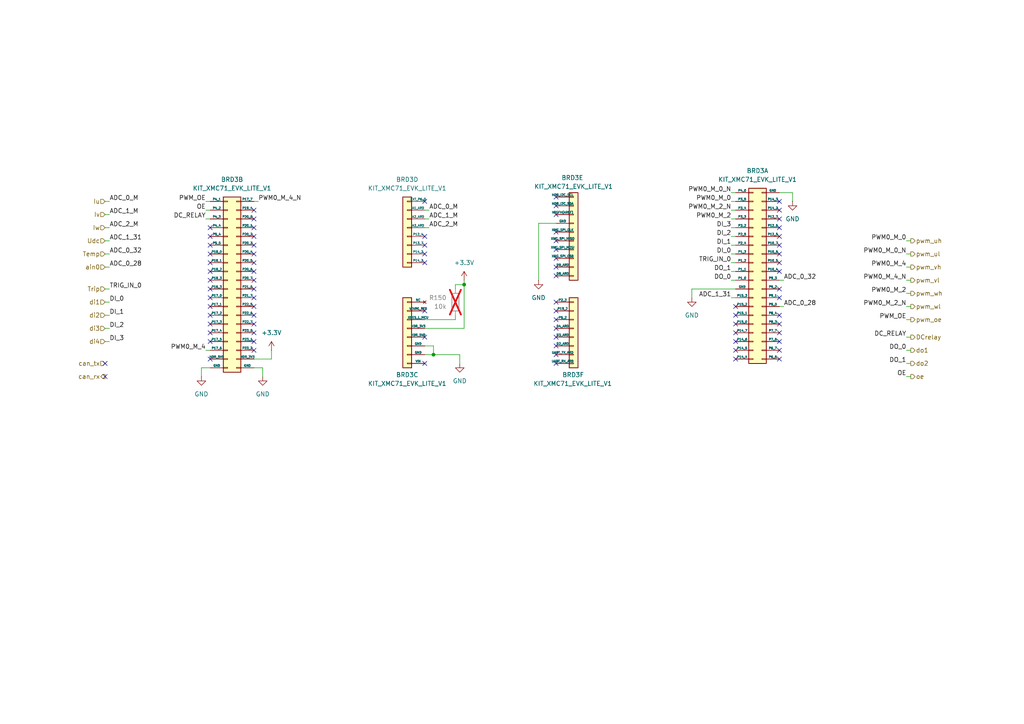
<source format=kicad_sch>
(kicad_sch (version 20231120) (generator "eeschema") (generator_version "8.0")
  (paper "A4")
  (title_block (title "Плата KIT_XMC71_EVK_LITE_V1"))
  (lib_symbols
    (symbol "Device:R" (pin_numbers hide) (pin_names (offset 0))
      (property "Reference" "R" (at 2.032 0 90))
      (property "Value" "R" (at 0 0 90))
      (symbol "R_0_1"
        (rectangle (start -1.016 -2.54) (end 1.016 2.54) (stroke (width 0.254)))
      )
      (symbol "R_1_1"
        (pin passive line (at 0 3.81 270) (length 1.27) (name "~") (number "1"))
        (pin passive line (at 0 -3.81 90) (length 1.27) (name "~") (number "2"))
      )
    )
    (symbol "KIT_XMC71_EVK_LITE_V1_1" (pin_numbers hide) (pin_names (offset 0))
      (property "Reference" "BRD" (at 0.254 25.4 0))
      (property "Value" "KIT_XMC71_EVK_LITE_V1" (at 0.762 -28.702 0))
      (symbol "KIT_XMC71_EVK_LITE_V1_1_1_1"
        (unit_name "J21")
        (rectangle (start -2.54 -25.527) (end -1.27 -25.273) (stroke (width 0.1524)))
        (rectangle (start -2.54 -22.987) (end -1.27 -22.733) (stroke (width 0.1524)))
        (rectangle (start -2.54 -20.447) (end -1.27 -20.193) (stroke (width 0.1524)))
        (rectangle (start -2.54 -17.907) (end -1.27 -17.653) (stroke (width 0.1524)))
        (rectangle (start -2.54 -15.367) (end -1.27 -15.113) (stroke (width 0.1524)))
        (rectangle (start -2.54 -12.827) (end -1.27 -12.573) (stroke (width 0.1524)))
        (rectangle (start -2.54 -10.287) (end -1.27 -10.033) (stroke (width 0.1524)))
        (rectangle (start -2.54 -7.747) (end -1.27 -7.493) (stroke (width 0.1524)))
        (rectangle (start -2.54 -5.207) (end -1.27 -4.953) (stroke (width 0.1524)))
        (rectangle (start -2.54 -2.667) (end -1.27 -2.413) (stroke (width 0.1524)))
        (rectangle (start -2.54 -0.127) (end -1.27 0.127) (stroke (width 0.1524)))
        (rectangle (start -2.54 2.413) (end -1.27 2.667) (stroke (width 0.1524)))
        (rectangle (start -2.54 4.953) (end -1.27 5.207) (stroke (width 0.1524)))
        (rectangle (start -2.54 7.493) (end -1.27 7.747) (stroke (width 0.1524)))
        (rectangle (start -2.54 10.033) (end -1.27 10.287) (stroke (width 0.1524)))
        (rectangle (start -2.54 12.573) (end -1.27 12.827) (stroke (width 0.1524)))
        (rectangle (start -2.54 15.113) (end -1.27 15.367) (stroke (width 0.1524)))
        (rectangle (start -2.54 17.653) (end -1.27 17.907) (stroke (width 0.1524)))
        (rectangle (start -2.54 20.193) (end -1.27 20.447) (stroke (width 0.1524)))
        (rectangle (start -2.54 22.733) (end -1.27 22.987) (stroke (width 0.1524)))
        (rectangle (start -2.54 24.13) (end 2.54 -26.67) (stroke (width 0.254)) (fill (type background)))
        (rectangle (start 2.54 -25.527) (end 1.27 -25.273) (stroke (width 0.1524)))
        (rectangle (start 2.54 -22.987) (end 1.27 -22.733) (stroke (width 0.1524)))
        (rectangle (start 2.54 -20.447) (end 1.27 -20.193) (stroke (width 0.1524)))
        (rectangle (start 2.54 -17.907) (end 1.27 -17.653) (stroke (width 0.1524)))
        (rectangle (start 2.54 -15.367) (end 1.27 -15.113) (stroke (width 0.1524)))
        (rectangle (start 2.54 -12.827) (end 1.27 -12.573) (stroke (width 0.1524)))
        (rectangle (start 2.54 -10.287) (end 1.27 -10.033) (stroke (width 0.1524)))
        (rectangle (start 2.54 -7.747) (end 1.27 -7.493) (stroke (width 0.1524)))
        (rectangle (start 2.54 -5.207) (end 1.27 -4.953) (stroke (width 0.1524)))
        (rectangle (start 2.54 -2.667) (end 1.27 -2.413) (stroke (width 0.1524)))
        (rectangle (start 2.54 -0.127) (end 1.27 0.127) (stroke (width 0.1524)))
        (rectangle (start 2.54 2.413) (end 1.27 2.667) (stroke (width 0.1524)))
        (rectangle (start 2.54 4.953) (end 1.27 5.207) (stroke (width 0.1524)))
        (rectangle (start 2.54 7.493) (end 1.27 7.747) (stroke (width 0.1524)))
        (rectangle (start 2.54 10.033) (end 1.27 10.287) (stroke (width 0.1524)))
        (rectangle (start 2.54 12.573) (end 1.27 12.827) (stroke (width 0.1524)))
        (rectangle (start 2.54 15.113) (end 1.27 15.367) (stroke (width 0.1524)))
        (rectangle (start 2.54 17.653) (end 1.27 17.907) (stroke (width 0.1524)))
        (rectangle (start 2.54 20.193) (end 1.27 20.447) (stroke (width 0.1524)))
        (rectangle (start 2.54 22.733) (end 1.27 22.987) (stroke (width 0.1524)))
        (pin passive line (at 6.35 -25.4 180) (length 3.81) (name "P6_6") (number "J21_1"))
        (pin passive line (at -6.35 -15.24 0) (length 3.81) (name "P15_0") (number "J21_10"))
        (pin passive line (at 6.35 -12.7 180) (length 3.81) (name "P8_4") (number "J21_11"))
        (pin passive line (at -6.35 -12.7 0) (length 3.81) (name "P15_1") (number "J21_12"))
        (pin passive line (at 6.35 -10.16 180) (length 3.81) (name "P9_0") (number "J21_13"))
        (pin passive line (at -6.35 -10.16 0) (length 3.81) (name "P15_2") (number "J21_14"))
        (pin passive line (at 6.35 -7.62 180) (length 3.81) (name "P9_1") (number "J21_15"))
        (pin passive line (at -6.35 -7.62 0) (length 3.81) (name "P15_3") (number "J21_16"))
        (pin passive line (at 6.35 -5.08 180) (length 3.81) (name "P9_2") (number "J21_17"))
        (pin passive line (at -6.35 -5.08 0) (length 3.81) (name "GND") (number "J21_18"))
        (pin passive line (at 6.35 -2.54 180) (length 3.81) (name "P9_3") (number "J21_19"))
        (pin passive line (at -6.35 -25.4 0) (length 3.81) (name "P14_4") (number "J21_2"))
        (pin passive line (at -6.35 -2.54 0) (length 3.81) (name "P1_0") (number "J21_20"))
        (pin passive line (at 6.35 0 180) (length 3.81) (name "P10_4") (number "J21_21"))
        (pin passive line (at -6.35 0 0) (length 3.81) (name "P1_1") (number "J21_22"))
        (pin passive line (at 6.35 2.54 180) (length 3.81) (name "P10_5") (number "J21_23"))
        (pin passive line (at -6.35 2.54 0) (length 3.81) (name "P1_2") (number "J21_24"))
        (pin passive line (at 6.35 5.08 180) (length 3.81) (name "P10_6") (number "J21_25"))
        (pin passive line (at -6.35 5.08 0) (length 3.81) (name "P1_3") (number "J21_26"))
        (pin passive line (at 6.35 7.62 180) (length 3.81) (name "P10_7") (number "J21_27"))
        (pin passive line (at -6.35 7.62 0) (length 3.81) (name "P2_4") (number "J21_28"))
        (pin passive line (at 6.35 10.16 180) (length 3.81) (name "P12_5") (number "J21_29"))
        (pin passive line (at 6.35 -22.86 180) (length 3.81) (name "P6_7") (number "J21_3"))
        (pin passive line (at -6.35 10.16 0) (length 3.81) (name "P2_5") (number "J21_30"))
        (pin passive line (at 6.35 12.7 180) (length 3.81) (name "P12_6") (number "J21_31"))
        (pin passive line (at -6.35 12.7 0) (length 3.81) (name "P3_2") (number "J21_32"))
        (pin passive line (at 6.35 15.24 180) (length 3.81) (name "P12_7") (number "J21_33"))
        (pin passive line (at -6.35 15.24 0) (length 3.81) (name "P3_3") (number "J21_34"))
        (pin passive line (at 6.35 17.78 180) (length 3.81) (name "P14_2") (number "J21_35"))
        (pin passive line (at -6.35 17.78 0) (length 3.81) (name "P3_4") (number "J21_36"))
        (pin passive line (at 6.35 20.32 180) (length 3.81) (name "P14_3") (number "J21_37"))
        (pin passive line (at -6.35 20.32 0) (length 3.81) (name "P3_5") (number "J21_38"))
        (pin passive line (at 6.35 22.86 180) (length 3.81) (name "GND") (number "J21_39"))
        (pin passive line (at -6.35 -22.86 0) (length 3.81) (name "P14_5") (number "J21_4"))
        (pin passive line (at -6.35 22.86 0) (length 3.81) (name "P4_0") (number "J21_40"))
        (pin passive line (at 6.35 -20.32 180) (length 3.81) (name "P7_6") (number "J21_5"))
        (pin passive line (at -6.35 -20.32 0) (length 3.81) (name "P14_6") (number "J21_6"))
        (pin passive line (at 6.35 -17.78 180) (length 3.81) (name "P7_7") (number "J21_7"))
        (pin passive line (at -6.35 -17.78 0) (length 3.81) (name "P14_7") (number "J21_8"))
        (pin passive line (at 6.35 -15.24 180) (length 3.81) (name "P8_3") (number "J21_9"))
      )
      (symbol "KIT_XMC71_EVK_LITE_V1_1_2_1"
        (unit_name "J23")
        (rectangle (start -2.54 -25.273) (end -1.27 -25.527) (stroke (width 0.1524)))
        (rectangle (start -2.54 -22.733) (end -1.27 -22.987) (stroke (width 0.1524)))
        (rectangle (start -2.54 -20.193) (end -1.27 -20.447) (stroke (width 0.1524)))
        (rectangle (start -2.54 -17.653) (end -1.27 -17.907) (stroke (width 0.1524)))
        (rectangle (start -2.54 -15.113) (end -1.27 -15.367) (stroke (width 0.1524)))
        (rectangle (start -2.54 -12.573) (end -1.27 -12.827) (stroke (width 0.1524)))
        (rectangle (start -2.54 -10.033) (end -1.27 -10.287) (stroke (width 0.1524)))
        (rectangle (start -2.54 -7.493) (end -1.27 -7.747) (stroke (width 0.1524)))
        (rectangle (start -2.54 -4.953) (end -1.27 -5.207) (stroke (width 0.1524)))
        (rectangle (start -2.54 -2.413) (end -1.27 -2.667) (stroke (width 0.1524)))
        (rectangle (start -2.54 0.127) (end -1.27 -0.127) (stroke (width 0.1524)))
        (rectangle (start -2.54 2.667) (end -1.27 2.413) (stroke (width 0.1524)))
        (rectangle (start -2.54 5.207) (end -1.27 4.953) (stroke (width 0.1524)))
        (rectangle (start -2.54 7.747) (end -1.27 7.493) (stroke (width 0.1524)))
        (rectangle (start -2.54 10.287) (end -1.27 10.033) (stroke (width 0.1524)))
        (rectangle (start -2.54 12.827) (end -1.27 12.573) (stroke (width 0.1524)))
        (rectangle (start -2.54 15.367) (end -1.27 15.113) (stroke (width 0.1524)))
        (rectangle (start -2.54 17.907) (end -1.27 17.653) (stroke (width 0.1524)))
        (rectangle (start -2.54 20.447) (end -1.27 20.193) (stroke (width 0.1524)))
        (rectangle (start -2.54 22.987) (end -1.27 22.733) (stroke (width 0.1524)))
        (rectangle (start 2.54 -25.273) (end 1.27 -25.527) (stroke (width 0.1524)))
        (rectangle (start 2.54 -22.733) (end 1.27 -22.987) (stroke (width 0.1524)))
        (rectangle (start 2.54 -20.193) (end 1.27 -20.447) (stroke (width 0.1524)))
        (rectangle (start 2.54 -17.653) (end 1.27 -17.907) (stroke (width 0.1524)))
        (rectangle (start 2.54 -15.113) (end 1.27 -15.367) (stroke (width 0.1524)))
        (rectangle (start 2.54 -12.573) (end 1.27 -12.827) (stroke (width 0.1524)))
        (rectangle (start 2.54 -10.033) (end 1.27 -10.287) (stroke (width 0.1524)))
        (rectangle (start 2.54 -7.493) (end 1.27 -7.747) (stroke (width 0.1524)))
        (rectangle (start 2.54 -4.953) (end 1.27 -5.207) (stroke (width 0.1524)))
        (rectangle (start 2.54 -2.413) (end 1.27 -2.667) (stroke (width 0.1524)))
        (rectangle (start 2.54 0.127) (end 1.27 -0.127) (stroke (width 0.1524)))
        (rectangle (start 2.54 2.667) (end 1.27 2.413) (stroke (width 0.1524)))
        (rectangle (start 2.54 5.207) (end 1.27 4.953) (stroke (width 0.1524)))
        (rectangle (start 2.54 7.747) (end 1.27 7.493) (stroke (width 0.1524)))
        (rectangle (start 2.54 10.287) (end 1.27 10.033) (stroke (width 0.1524)))
        (rectangle (start 2.54 12.827) (end 1.27 12.573) (stroke (width 0.1524)))
        (rectangle (start 2.54 15.367) (end 1.27 15.113) (stroke (width 0.1524)))
        (rectangle (start 2.54 17.907) (end 1.27 17.653) (stroke (width 0.1524)))
        (rectangle (start 2.54 20.447) (end 1.27 20.193) (stroke (width 0.1524)))
        (rectangle (start 2.54 22.987) (end 1.27 22.733) (stroke (width 0.1524)))
        (rectangle (start 2.54 24.13) (end -2.54 -26.67) (stroke (width 0.254)) (fill (type background)))
        (pin passive line (at -6.35 22.86 0) (length 3.81) (name "P4_1") (number "J23_1"))
        (pin passive line (at 6.35 12.7 180) (length 3.81) (name "P20_2") (number "J23_10"))
        (pin passive line (at -6.35 10.16 0) (length 3.81) (name "P5_5") (number "J23_11"))
        (pin passive line (at 6.35 10.16 180) (length 3.81) (name "P20_3") (number "J23_12"))
        (pin passive line (at -6.35 7.62 0) (length 3.81) (name "P10_0") (number "J23_13"))
        (pin passive line (at 6.35 7.62 180) (length 3.81) (name "P20_4") (number "J23_14"))
        (pin passive line (at -6.35 5.08 0) (length 3.81) (name "P10_1") (number "J23_15"))
        (pin passive line (at 6.35 5.08 180) (length 3.81) (name "P20_5") (number "J23_16"))
        (pin passive line (at -6.35 2.54 0) (length 3.81) (name "P10_2") (number "J23_17"))
        (pin passive line (at 6.35 2.54 180) (length 3.81) (name "P20_6") (number "J23_18"))
        (pin passive line (at -6.35 0 0) (length 3.81) (name "P10_3") (number "J23_19"))
        (pin passive line (at 6.35 22.86 180) (length 3.81) (name "P17_7") (number "J23_2"))
        (pin passive line (at 6.35 0 180) (length 3.81) (name "P20_7") (number "J23_20"))
        (pin passive line (at -6.35 -2.54 0) (length 3.81) (name "P16_3") (number "J23_21"))
        (pin passive line (at 6.35 -2.54 180) (length 3.81) (name "P21_6") (number "J23_22"))
        (pin passive line (at -6.35 -5.08 0) (length 3.81) (name "P17_0") (number "J23_23"))
        (pin passive line (at 6.35 -5.08 180) (length 3.81) (name "P21_7") (number "J23_24"))
        (pin passive line (at -6.35 -7.62 0) (length 3.81) (name "P17_1") (number "J23_25"))
        (pin passive line (at 6.35 -7.62 180) (length 3.81) (name "P22_5") (number "J23_26"))
        (pin passive line (at -6.35 -10.16 0) (length 3.81) (name "P17_2") (number "J23_27"))
        (pin passive line (at 6.35 -10.16 180) (length 3.81) (name "P22_6") (number "J23_28"))
        (pin passive line (at -6.35 -12.7 0) (length 3.81) (name "P17_3") (number "J23_29"))
        (pin passive line (at -6.35 20.32 0) (length 3.81) (name "P4_2") (number "J23_3"))
        (pin passive line (at 6.35 -12.7 180) (length 3.81) (name "P22_7") (number "J23_30"))
        (pin passive line (at -6.35 -15.24 0) (length 3.81) (name "P17_4") (number "J23_31"))
        (pin passive line (at 6.35 -15.24 180) (length 3.81) (name "P23_0") (number "J23_32"))
        (pin passive line (at -6.35 -17.78 0) (length 3.81) (name "P17_5") (number "J23_33"))
        (pin passive line (at 6.35 -17.78 180) (length 3.81) (name "P23_1") (number "J23_34"))
        (pin passive line (at -6.35 -20.32 0) (length 3.81) (name "P17_6") (number "J23_35"))
        (pin passive line (at 6.35 -20.32 180) (length 3.81) (name "P23_2") (number "J23_36"))
        (pin passive line (at -6.35 -22.86 0) (length 3.81) (name "HDR_5V0") (number "J23_37"))
        (pin passive line (at 6.35 -22.86 180) (length 3.81) (name "HDR_3V3") (number "J23_38"))
        (pin passive line (at -6.35 -25.4 0) (length 3.81) (name "GND") (number "J23_39"))
        (pin passive line (at 6.35 20.32 180) (length 3.81) (name "P19_4") (number "J23_4"))
        (pin passive line (at 6.35 -25.4 180) (length 3.81) (name "GND") (number "J23_40"))
        (pin passive line (at -6.35 17.78 0) (length 3.81) (name "P4_3") (number "J23_5"))
        (pin passive line (at 6.35 17.78 180) (length 3.81) (name "P20_0") (number "J23_6"))
        (pin passive line (at -6.35 15.24 0) (length 3.81) (name "P4_4") (number "J23_7"))
        (pin passive line (at 6.35 15.24 180) (length 3.81) (name "P20_1") (number "J23_8"))
        (pin passive line (at -6.35 12.7 0) (length 3.81) (name "P5_4") (number "J23_9"))
      )
      (symbol "KIT_XMC71_EVK_LITE_V1_1_3_1"
        (unit_name "J1")
        (rectangle (start -1.27 -10.16) (end 1.27 10.16) (stroke (width 0.254)) (fill (type background)))
        (rectangle (start 1.27 -9.017) (end 0 -8.763) (stroke (width 0.1524)))
        (rectangle (start 1.27 -6.477) (end 0 -6.223) (stroke (width 0.1524)))
        (rectangle (start 1.27 -3.937) (end 0 -3.683) (stroke (width 0.1524)))
        (rectangle (start 1.27 -1.397) (end 0 -1.143) (stroke (width 0.1524)))
        (rectangle (start 1.27 1.143) (end 0 1.397) (stroke (width 0.1524)))
        (rectangle (start 1.27 3.683) (end 0 3.937) (stroke (width 0.1524)))
        (rectangle (start 1.27 6.223) (end 0 6.477) (stroke (width 0.1524)))
        (rectangle (start 1.27 8.763) (end 0 9.017) (stroke (width 0.1524)))
        (pin passive line (at 5.08 -8.89 180) (length 3.81) (name "VIN") (number "J1_1"))
        (pin passive line (at 5.08 -6.35 180) (length 3.81) (name "GND") (number "J1_2"))
        (pin passive line (at 5.08 -3.81 180) (length 3.81) (name "GND") (number "J1_3"))
        (pin passive line (at 5.08 -1.27 180) (length 3.81) (name "HDR_5V0") (number "J1_4"))
        (pin passive line (at 5.08 1.27 180) (length 3.81) (name "HDR_3V3") (number "J1_5"))
        (pin passive line (at 5.08 3.81 180) (length 3.81) (name "XRES_L_MCU") (number "J1_6"))
        (pin passive line (at 5.08 6.35 180) (length 3.81) (name "VTARG_REF") (number "J1_7"))
        (pin no_connect line (at 5.08 8.89 180) (length 3.81) (name "NC") (number "J1_8"))
      )
      (symbol "KIT_XMC71_EVK_LITE_V1_1_4_1"
        (unit_name "J2")
        (rectangle (start -1.27 -10.16) (end 1.27 10.16) (stroke (width 0.254)) (fill (type background)))
        (rectangle (start 1.27 -8.763) (end 0 -9.017) (stroke (width 0.1524)))
        (rectangle (start 1.27 -6.223) (end 0 -6.477) (stroke (width 0.1524)))
        (rectangle (start 1.27 -3.683) (end 0 -3.937) (stroke (width 0.1524)))
        (rectangle (start 1.27 -1.143) (end 0 -1.397) (stroke (width 0.1524)))
        (rectangle (start 1.27 1.397) (end 0 1.143) (stroke (width 0.1524)))
        (rectangle (start 1.27 3.937) (end 0 3.683) (stroke (width 0.1524)))
        (rectangle (start 1.27 6.477) (end 0 6.223) (stroke (width 0.1524)))
        (rectangle (start 1.27 9.017) (end 0 8.763) (stroke (width 0.1524)))
        (pin passive line (at 5.08 8.89 180) (length 3.81) (name "EXT_P6_0") (number "J2_1"))
        (pin passive line (at 5.08 6.35 180) (length 3.81) (name "A1_ARD") (number "J2_2"))
        (pin passive line (at 5.08 3.81 180) (length 3.81) (name "A2_ARD") (number "J2_3"))
        (pin passive line (at 5.08 1.27 180) (length 3.81) (name "A3_ARD") (number "J2_4"))
        (pin passive line (at 5.08 -1.27 180) (length 3.81) (name "P12_4") (number "J2_5"))
        (pin passive line (at 5.08 -3.81 180) (length 3.81) (name "P13_7") (number "J2_6"))
        (pin passive line (at 5.08 -6.35 180) (length 3.81) (name "P14_2") (number "J2_7"))
        (pin passive line (at 5.08 -8.89 180) (length 3.81) (name "P14_3") (number "J2_8"))
      )
      (symbol "KIT_XMC71_EVK_LITE_V1_1_5_1"
        (unit_name "J3")
        (rectangle (start -1.27 -11.557) (end 0 -11.303) (stroke (width 0.1524)))
        (rectangle (start -1.27 -9.017) (end 0 -8.763) (stroke (width 0.1524)))
        (rectangle (start -1.27 -6.477) (end 0 -6.223) (stroke (width 0.1524)))
        (rectangle (start -1.27 -3.937) (end 0 -3.683) (stroke (width 0.1524)))
        (rectangle (start -1.27 -1.397) (end 0 -1.143) (stroke (width 0.1524)))
        (rectangle (start -1.27 1.143) (end 0 1.397) (stroke (width 0.1524)))
        (rectangle (start -1.27 3.683) (end 0 3.937) (stroke (width 0.1524)))
        (rectangle (start -1.27 6.223) (end 0 6.477) (stroke (width 0.1524)))
        (rectangle (start -1.27 8.763) (end 0 9.017) (stroke (width 0.1524)))
        (rectangle (start -1.27 11.303) (end 0 11.557) (stroke (width 0.1524)))
        (rectangle (start -1.27 12.7) (end 1.27 -12.7) (stroke (width 0.254)) (fill (type background)))
        (pin passive line (at -5.08 -11.43 0) (length 3.81) (name "D8_ARD") (number "J3_1"))
        (pin passive line (at -5.08 11.43 0) (length 3.81) (name "HDR_I2C_SCL") (number "J3_10"))
        (pin passive line (at -5.08 -8.89 0) (length 3.81) (name "D9_ARD") (number "J3_2"))
        (pin passive line (at -5.08 -6.35 0) (length 3.81) (name "XMC_SPI_CS0") (number "J3_3"))
        (pin passive line (at -5.08 -3.81 0) (length 3.81) (name "XMC_SPI_MOSI") (number "J3_4"))
        (pin passive line (at -5.08 -1.27 0) (length 3.81) (name "XMC_SPI_MISO") (number "J3_5"))
        (pin passive line (at -5.08 1.27 0) (length 3.81) (name "XMC_SPI_CLK") (number "J3_6"))
        (pin passive line (at -5.08 3.81 0) (length 3.81) (name "GND") (number "J3_7"))
        (pin passive line (at -5.08 6.35 0) (length 3.81) (name "VREFH(AREF)") (number "J3_8"))
        (pin passive line (at -5.08 8.89 0) (length 3.81) (name "HDR_I2C_SDA") (number "J3_9"))
      )
      (symbol "KIT_XMC71_EVK_LITE_V1_1_6_1"
        (unit_name "J4")
        (rectangle (start -1.27 -9.017) (end 0 -8.763) (stroke (width 0.1524)))
        (rectangle (start -1.27 -6.477) (end 0 -6.223) (stroke (width 0.1524)))
        (rectangle (start -1.27 -3.937) (end 0 -3.683) (stroke (width 0.1524)))
        (rectangle (start -1.27 -1.397) (end 0 -1.143) (stroke (width 0.1524)))
        (rectangle (start -1.27 1.143) (end 0 1.397) (stroke (width 0.1524)))
        (rectangle (start -1.27 3.683) (end 0 3.937) (stroke (width 0.1524)))
        (rectangle (start -1.27 6.223) (end 0 6.477) (stroke (width 0.1524)))
        (rectangle (start -1.27 8.763) (end 0 9.017) (stroke (width 0.1524)))
        (rectangle (start 1.27 -10.16) (end -1.27 10.16) (stroke (width 0.254)) (fill (type background)))
        (pin passive line (at -5.08 -8.89 0) (length 3.81) (name "UART_RX_ARD") (number "J4_1"))
        (pin passive line (at -5.08 -6.35 0) (length 3.81) (name "UART_TX_ARD") (number "J4_2"))
        (pin passive line (at -5.08 -3.81 0) (length 3.81) (name "D2_ARD") (number "J4_3"))
        (pin passive line (at -5.08 -1.27 0) (length 3.81) (name "D3_ARD") (number "J4_4"))
        (pin passive line (at -5.08 1.27 0) (length 3.81) (name "D4_ARD") (number "J4_5"))
        (pin passive line (at -5.08 3.81 0) (length 3.81) (name "P6_2") (number "J4_6"))
        (pin passive line (at -5.08 6.35 0) (length 3.81) (name "P19_2") (number "J4_7"))
        (pin passive line (at -5.08 8.89 0) (length 3.81) (name "P2_3") (number "J4_8"))
      )
    )
    (symbol "main:KIT_XMC71_EVK_LITE_V1" (pin_numbers hide) (pin_names (offset 0))
      (property "Reference" "BRD" (at 0.254 25.4 0))
      (property "Value" "KIT_XMC71_EVK_LITE_V1" (at 0.762 -28.702 0))
      (symbol "KIT_XMC71_EVK_LITE_V1_1_1"
        (unit_name "J21")
        (rectangle (start -2.54 -25.527) (end -1.27 -25.273) (stroke (width 0.1524)))
        (rectangle (start -2.54 -22.987) (end -1.27 -22.733) (stroke (width 0.1524)))
        (rectangle (start -2.54 -20.447) (end -1.27 -20.193) (stroke (width 0.1524)))
        (rectangle (start -2.54 -17.907) (end -1.27 -17.653) (stroke (width 0.1524)))
        (rectangle (start -2.54 -15.367) (end -1.27 -15.113) (stroke (width 0.1524)))
        (rectangle (start -2.54 -12.827) (end -1.27 -12.573) (stroke (width 0.1524)))
        (rectangle (start -2.54 -10.287) (end -1.27 -10.033) (stroke (width 0.1524)))
        (rectangle (start -2.54 -7.747) (end -1.27 -7.493) (stroke (width 0.1524)))
        (rectangle (start -2.54 -5.207) (end -1.27 -4.953) (stroke (width 0.1524)))
        (rectangle (start -2.54 -2.667) (end -1.27 -2.413) (stroke (width 0.1524)))
        (rectangle (start -2.54 -0.127) (end -1.27 0.127) (stroke (width 0.1524)))
        (rectangle (start -2.54 2.413) (end -1.27 2.667) (stroke (width 0.1524)))
        (rectangle (start -2.54 4.953) (end -1.27 5.207) (stroke (width 0.1524)))
        (rectangle (start -2.54 7.493) (end -1.27 7.747) (stroke (width 0.1524)))
        (rectangle (start -2.54 10.033) (end -1.27 10.287) (stroke (width 0.1524)))
        (rectangle (start -2.54 12.573) (end -1.27 12.827) (stroke (width 0.1524)))
        (rectangle (start -2.54 15.113) (end -1.27 15.367) (stroke (width 0.1524)))
        (rectangle (start -2.54 17.653) (end -1.27 17.907) (stroke (width 0.1524)))
        (rectangle (start -2.54 20.193) (end -1.27 20.447) (stroke (width 0.1524)))
        (rectangle (start -2.54 22.733) (end -1.27 22.987) (stroke (width 0.1524)))
        (rectangle (start -2.54 24.13) (end 2.54 -26.67) (stroke (width 0.254)) (fill (type background)))
        (rectangle (start 2.54 -25.527) (end 1.27 -25.273) (stroke (width 0.1524)))
        (rectangle (start 2.54 -22.987) (end 1.27 -22.733) (stroke (width 0.1524)))
        (rectangle (start 2.54 -20.447) (end 1.27 -20.193) (stroke (width 0.1524)))
        (rectangle (start 2.54 -17.907) (end 1.27 -17.653) (stroke (width 0.1524)))
        (rectangle (start 2.54 -15.367) (end 1.27 -15.113) (stroke (width 0.1524)))
        (rectangle (start 2.54 -12.827) (end 1.27 -12.573) (stroke (width 0.1524)))
        (rectangle (start 2.54 -10.287) (end 1.27 -10.033) (stroke (width 0.1524)))
        (rectangle (start 2.54 -7.747) (end 1.27 -7.493) (stroke (width 0.1524)))
        (rectangle (start 2.54 -5.207) (end 1.27 -4.953) (stroke (width 0.1524)))
        (rectangle (start 2.54 -2.667) (end 1.27 -2.413) (stroke (width 0.1524)))
        (rectangle (start 2.54 -0.127) (end 1.27 0.127) (stroke (width 0.1524)))
        (rectangle (start 2.54 2.413) (end 1.27 2.667) (stroke (width 0.1524)))
        (rectangle (start 2.54 4.953) (end 1.27 5.207) (stroke (width 0.1524)))
        (rectangle (start 2.54 7.493) (end 1.27 7.747) (stroke (width 0.1524)))
        (rectangle (start 2.54 10.033) (end 1.27 10.287) (stroke (width 0.1524)))
        (rectangle (start 2.54 12.573) (end 1.27 12.827) (stroke (width 0.1524)))
        (rectangle (start 2.54 15.113) (end 1.27 15.367) (stroke (width 0.1524)))
        (rectangle (start 2.54 17.653) (end 1.27 17.907) (stroke (width 0.1524)))
        (rectangle (start 2.54 20.193) (end 1.27 20.447) (stroke (width 0.1524)))
        (rectangle (start 2.54 22.733) (end 1.27 22.987) (stroke (width 0.1524)))
        (pin passive line (at 6.35 -25.4 180) (length 3.81) (name "P6_6") (number "J21_1"))
        (pin passive line (at -6.35 -15.24 0) (length 3.81) (name "P15_0") (number "J21_10"))
        (pin passive line (at 6.35 -12.7 180) (length 3.81) (name "P8_4") (number "J21_11"))
        (pin passive line (at -6.35 -12.7 0) (length 3.81) (name "P15_1") (number "J21_12"))
        (pin passive line (at 6.35 -10.16 180) (length 3.81) (name "P9_0") (number "J21_13"))
        (pin passive line (at -6.35 -10.16 0) (length 3.81) (name "P15_2") (number "J21_14"))
        (pin passive line (at 6.35 -7.62 180) (length 3.81) (name "P9_1") (number "J21_15"))
        (pin passive line (at -6.35 -7.62 0) (length 3.81) (name "P15_3") (number "J21_16"))
        (pin passive line (at 6.35 -5.08 180) (length 3.81) (name "P9_2") (number "J21_17"))
        (pin passive line (at -6.35 -5.08 0) (length 3.81) (name "GND") (number "J21_18"))
        (pin passive line (at 6.35 -2.54 180) (length 3.81) (name "P9_3") (number "J21_19"))
        (pin passive line (at -6.35 -25.4 0) (length 3.81) (name "P14_4") (number "J21_2"))
        (pin passive line (at -6.35 -2.54 0) (length 3.81) (name "P1_0") (number "J21_20"))
        (pin passive line (at 6.35 0 180) (length 3.81) (name "P10_4") (number "J21_21"))
        (pin passive line (at -6.35 0 0) (length 3.81) (name "P1_1") (number "J21_22"))
        (pin passive line (at 6.35 2.54 180) (length 3.81) (name "P10_5") (number "J21_23"))
        (pin passive line (at -6.35 2.54 0) (length 3.81) (name "P1_2") (number "J21_24"))
        (pin passive line (at 6.35 5.08 180) (length 3.81) (name "P10_6") (number "J21_25"))
        (pin passive line (at -6.35 5.08 0) (length 3.81) (name "P1_3") (number "J21_26"))
        (pin passive line (at 6.35 7.62 180) (length 3.81) (name "P10_7") (number "J21_27"))
        (pin passive line (at -6.35 7.62 0) (length 3.81) (name "P2_4") (number "J21_28"))
        (pin passive line (at 6.35 10.16 180) (length 3.81) (name "P12_5") (number "J21_29"))
        (pin passive line (at 6.35 -22.86 180) (length 3.81) (name "P6_7") (number "J21_3"))
        (pin passive line (at -6.35 10.16 0) (length 3.81) (name "P2_5") (number "J21_30"))
        (pin passive line (at 6.35 12.7 180) (length 3.81) (name "P12_6") (number "J21_31"))
        (pin passive line (at -6.35 12.7 0) (length 3.81) (name "P3_2") (number "J21_32"))
        (pin passive line (at 6.35 15.24 180) (length 3.81) (name "P12_7") (number "J21_33"))
        (pin passive line (at -6.35 15.24 0) (length 3.81) (name "P3_3") (number "J21_34"))
        (pin passive line (at 6.35 17.78 180) (length 3.81) (name "P14_2") (number "J21_35"))
        (pin passive line (at -6.35 17.78 0) (length 3.81) (name "P3_4") (number "J21_36"))
        (pin passive line (at 6.35 20.32 180) (length 3.81) (name "P14_3") (number "J21_37"))
        (pin passive line (at -6.35 20.32 0) (length 3.81) (name "P3_5") (number "J21_38"))
        (pin passive line (at 6.35 22.86 180) (length 3.81) (name "GND") (number "J21_39"))
        (pin passive line (at -6.35 -22.86 0) (length 3.81) (name "P14_5") (number "J21_4"))
        (pin passive line (at -6.35 22.86 0) (length 3.81) (name "P4_0") (number "J21_40"))
        (pin passive line (at 6.35 -20.32 180) (length 3.81) (name "P7_6") (number "J21_5"))
        (pin passive line (at -6.35 -20.32 0) (length 3.81) (name "P14_6") (number "J21_6"))
        (pin passive line (at 6.35 -17.78 180) (length 3.81) (name "P7_7") (number "J21_7"))
        (pin passive line (at -6.35 -17.78 0) (length 3.81) (name "P14_7") (number "J21_8"))
        (pin passive line (at 6.35 -15.24 180) (length 3.81) (name "P8_3") (number "J21_9"))
      )
      (symbol "KIT_XMC71_EVK_LITE_V1_2_1"
        (unit_name "J23")
        (rectangle (start -2.54 -25.273) (end -1.27 -25.527) (stroke (width 0.1524)))
        (rectangle (start -2.54 -22.733) (end -1.27 -22.987) (stroke (width 0.1524)))
        (rectangle (start -2.54 -20.193) (end -1.27 -20.447) (stroke (width 0.1524)))
        (rectangle (start -2.54 -17.653) (end -1.27 -17.907) (stroke (width 0.1524)))
        (rectangle (start -2.54 -15.113) (end -1.27 -15.367) (stroke (width 0.1524)))
        (rectangle (start -2.54 -12.573) (end -1.27 -12.827) (stroke (width 0.1524)))
        (rectangle (start -2.54 -10.033) (end -1.27 -10.287) (stroke (width 0.1524)))
        (rectangle (start -2.54 -7.493) (end -1.27 -7.747) (stroke (width 0.1524)))
        (rectangle (start -2.54 -4.953) (end -1.27 -5.207) (stroke (width 0.1524)))
        (rectangle (start -2.54 -2.413) (end -1.27 -2.667) (stroke (width 0.1524)))
        (rectangle (start -2.54 0.127) (end -1.27 -0.127) (stroke (width 0.1524)))
        (rectangle (start -2.54 2.667) (end -1.27 2.413) (stroke (width 0.1524)))
        (rectangle (start -2.54 5.207) (end -1.27 4.953) (stroke (width 0.1524)))
        (rectangle (start -2.54 7.747) (end -1.27 7.493) (stroke (width 0.1524)))
        (rectangle (start -2.54 10.287) (end -1.27 10.033) (stroke (width 0.1524)))
        (rectangle (start -2.54 12.827) (end -1.27 12.573) (stroke (width 0.1524)))
        (rectangle (start -2.54 15.367) (end -1.27 15.113) (stroke (width 0.1524)))
        (rectangle (start -2.54 17.907) (end -1.27 17.653) (stroke (width 0.1524)))
        (rectangle (start -2.54 20.447) (end -1.27 20.193) (stroke (width 0.1524)))
        (rectangle (start -2.54 22.987) (end -1.27 22.733) (stroke (width 0.1524)))
        (rectangle (start 2.54 -25.273) (end 1.27 -25.527) (stroke (width 0.1524)))
        (rectangle (start 2.54 -22.733) (end 1.27 -22.987) (stroke (width 0.1524)))
        (rectangle (start 2.54 -20.193) (end 1.27 -20.447) (stroke (width 0.1524)))
        (rectangle (start 2.54 -17.653) (end 1.27 -17.907) (stroke (width 0.1524)))
        (rectangle (start 2.54 -15.113) (end 1.27 -15.367) (stroke (width 0.1524)))
        (rectangle (start 2.54 -12.573) (end 1.27 -12.827) (stroke (width 0.1524)))
        (rectangle (start 2.54 -10.033) (end 1.27 -10.287) (stroke (width 0.1524)))
        (rectangle (start 2.54 -7.493) (end 1.27 -7.747) (stroke (width 0.1524)))
        (rectangle (start 2.54 -4.953) (end 1.27 -5.207) (stroke (width 0.1524)))
        (rectangle (start 2.54 -2.413) (end 1.27 -2.667) (stroke (width 0.1524)))
        (rectangle (start 2.54 0.127) (end 1.27 -0.127) (stroke (width 0.1524)))
        (rectangle (start 2.54 2.667) (end 1.27 2.413) (stroke (width 0.1524)))
        (rectangle (start 2.54 5.207) (end 1.27 4.953) (stroke (width 0.1524)))
        (rectangle (start 2.54 7.747) (end 1.27 7.493) (stroke (width 0.1524)))
        (rectangle (start 2.54 10.287) (end 1.27 10.033) (stroke (width 0.1524)))
        (rectangle (start 2.54 12.827) (end 1.27 12.573) (stroke (width 0.1524)))
        (rectangle (start 2.54 15.367) (end 1.27 15.113) (stroke (width 0.1524)))
        (rectangle (start 2.54 17.907) (end 1.27 17.653) (stroke (width 0.1524)))
        (rectangle (start 2.54 20.447) (end 1.27 20.193) (stroke (width 0.1524)))
        (rectangle (start 2.54 22.987) (end 1.27 22.733) (stroke (width 0.1524)))
        (rectangle (start 2.54 24.13) (end -2.54 -26.67) (stroke (width 0.254)) (fill (type background)))
        (pin passive line (at -6.35 22.86 0) (length 3.81) (name "P4_1") (number "J23_1"))
        (pin passive line (at 6.35 12.7 180) (length 3.81) (name "P20_2") (number "J23_10"))
        (pin passive line (at -6.35 10.16 0) (length 3.81) (name "P5_5") (number "J23_11"))
        (pin passive line (at 6.35 10.16 180) (length 3.81) (name "P20_3") (number "J23_12"))
        (pin passive line (at -6.35 7.62 0) (length 3.81) (name "P10_0") (number "J23_13"))
        (pin passive line (at 6.35 7.62 180) (length 3.81) (name "P20_4") (number "J23_14"))
        (pin passive line (at -6.35 5.08 0) (length 3.81) (name "P10_1") (number "J23_15"))
        (pin passive line (at 6.35 5.08 180) (length 3.81) (name "P20_5") (number "J23_16"))
        (pin passive line (at -6.35 2.54 0) (length 3.81) (name "P10_2") (number "J23_17"))
        (pin passive line (at 6.35 2.54 180) (length 3.81) (name "P20_6") (number "J23_18"))
        (pin passive line (at -6.35 0 0) (length 3.81) (name "P10_3") (number "J23_19"))
        (pin passive line (at 6.35 22.86 180) (length 3.81) (name "P17_7") (number "J23_2"))
        (pin passive line (at 6.35 0 180) (length 3.81) (name "P20_7") (number "J23_20"))
        (pin passive line (at -6.35 -2.54 0) (length 3.81) (name "P16_3") (number "J23_21"))
        (pin passive line (at 6.35 -2.54 180) (length 3.81) (name "P21_6") (number "J23_22"))
        (pin passive line (at -6.35 -5.08 0) (length 3.81) (name "P17_0") (number "J23_23"))
        (pin passive line (at 6.35 -5.08 180) (length 3.81) (name "P21_7") (number "J23_24"))
        (pin passive line (at -6.35 -7.62 0) (length 3.81) (name "P17_1") (number "J23_25"))
        (pin passive line (at 6.35 -7.62 180) (length 3.81) (name "P22_5") (number "J23_26"))
        (pin passive line (at -6.35 -10.16 0) (length 3.81) (name "P17_2") (number "J23_27"))
        (pin passive line (at 6.35 -10.16 180) (length 3.81) (name "P22_6") (number "J23_28"))
        (pin passive line (at -6.35 -12.7 0) (length 3.81) (name "P17_3") (number "J23_29"))
        (pin passive line (at -6.35 20.32 0) (length 3.81) (name "P4_2") (number "J23_3"))
        (pin passive line (at 6.35 -12.7 180) (length 3.81) (name "P22_7") (number "J23_30"))
        (pin passive line (at -6.35 -15.24 0) (length 3.81) (name "P17_4") (number "J23_31"))
        (pin passive line (at 6.35 -15.24 180) (length 3.81) (name "P23_0") (number "J23_32"))
        (pin passive line (at -6.35 -17.78 0) (length 3.81) (name "P17_5") (number "J23_33"))
        (pin passive line (at 6.35 -17.78 180) (length 3.81) (name "P23_1") (number "J23_34"))
        (pin passive line (at -6.35 -20.32 0) (length 3.81) (name "P17_6") (number "J23_35"))
        (pin passive line (at 6.35 -20.32 180) (length 3.81) (name "P23_2") (number "J23_36"))
        (pin passive line (at -6.35 -22.86 0) (length 3.81) (name "HDR_5V0") (number "J23_37"))
        (pin passive line (at 6.35 -22.86 180) (length 3.81) (name "HDR_3V3") (number "J23_38"))
        (pin passive line (at -6.35 -25.4 0) (length 3.81) (name "GND") (number "J23_39"))
        (pin passive line (at 6.35 20.32 180) (length 3.81) (name "P19_4") (number "J23_4"))
        (pin passive line (at 6.35 -25.4 180) (length 3.81) (name "GND") (number "J23_40"))
        (pin passive line (at -6.35 17.78 0) (length 3.81) (name "P4_3") (number "J23_5"))
        (pin passive line (at 6.35 17.78 180) (length 3.81) (name "P20_0") (number "J23_6"))
        (pin passive line (at -6.35 15.24 0) (length 3.81) (name "P4_4") (number "J23_7"))
        (pin passive line (at 6.35 15.24 180) (length 3.81) (name "P20_1") (number "J23_8"))
        (pin passive line (at -6.35 12.7 0) (length 3.81) (name "P5_4") (number "J23_9"))
      )
      (symbol "KIT_XMC71_EVK_LITE_V1_3_1"
        (unit_name "J1")
        (rectangle (start -1.27 -10.16) (end 1.27 10.16) (stroke (width 0.254)) (fill (type background)))
        (rectangle (start 1.27 -9.017) (end 0 -8.763) (stroke (width 0.1524)))
        (rectangle (start 1.27 -6.477) (end 0 -6.223) (stroke (width 0.1524)))
        (rectangle (start 1.27 -3.937) (end 0 -3.683) (stroke (width 0.1524)))
        (rectangle (start 1.27 -1.397) (end 0 -1.143) (stroke (width 0.1524)))
        (rectangle (start 1.27 1.143) (end 0 1.397) (stroke (width 0.1524)))
        (rectangle (start 1.27 3.683) (end 0 3.937) (stroke (width 0.1524)))
        (rectangle (start 1.27 6.223) (end 0 6.477) (stroke (width 0.1524)))
        (rectangle (start 1.27 8.763) (end 0 9.017) (stroke (width 0.1524)))
        (pin passive line (at 5.08 -8.89 180) (length 3.81) (name "VIN") (number "J1_1"))
        (pin passive line (at 5.08 -6.35 180) (length 3.81) (name "GND") (number "J1_2"))
        (pin passive line (at 5.08 -3.81 180) (length 3.81) (name "GND") (number "J1_3"))
        (pin passive line (at 5.08 -1.27 180) (length 3.81) (name "HDR_5V0") (number "J1_4"))
        (pin passive line (at 5.08 1.27 180) (length 3.81) (name "HDR_3V3") (number "J1_5"))
        (pin passive line (at 5.08 3.81 180) (length 3.81) (name "XRES_L_MCU") (number "J1_6"))
        (pin passive line (at 5.08 6.35 180) (length 3.81) (name "VTARG_REF") (number "J1_7"))
        (pin no_connect line (at 5.08 8.89 180) (length 3.81) (name "NC") (number "J1_8"))
      )
      (symbol "KIT_XMC71_EVK_LITE_V1_4_1"
        (unit_name "J2")
        (rectangle (start -1.27 -10.16) (end 1.27 10.16) (stroke (width 0.254)) (fill (type background)))
        (rectangle (start 1.27 -8.763) (end 0 -9.017) (stroke (width 0.1524)))
        (rectangle (start 1.27 -6.223) (end 0 -6.477) (stroke (width 0.1524)))
        (rectangle (start 1.27 -3.683) (end 0 -3.937) (stroke (width 0.1524)))
        (rectangle (start 1.27 -1.143) (end 0 -1.397) (stroke (width 0.1524)))
        (rectangle (start 1.27 1.397) (end 0 1.143) (stroke (width 0.1524)))
        (rectangle (start 1.27 3.937) (end 0 3.683) (stroke (width 0.1524)))
        (rectangle (start 1.27 6.477) (end 0 6.223) (stroke (width 0.1524)))
        (rectangle (start 1.27 9.017) (end 0 8.763) (stroke (width 0.1524)))
        (pin passive line (at 5.08 8.89 180) (length 3.81) (name "EXT_P6_0") (number "J2_1"))
        (pin passive line (at 5.08 6.35 180) (length 3.81) (name "A1_ARD") (number "J2_2"))
        (pin passive line (at 5.08 3.81 180) (length 3.81) (name "A2_ARD") (number "J2_3"))
        (pin passive line (at 5.08 1.27 180) (length 3.81) (name "A3_ARD") (number "J2_4"))
        (pin passive line (at 5.08 -1.27 180) (length 3.81) (name "P12_4") (number "J2_5"))
        (pin passive line (at 5.08 -3.81 180) (length 3.81) (name "P13_7") (number "J2_6"))
        (pin passive line (at 5.08 -6.35 180) (length 3.81) (name "P14_2") (number "J2_7"))
        (pin passive line (at 5.08 -8.89 180) (length 3.81) (name "P14_3") (number "J2_8"))
      )
      (symbol "KIT_XMC71_EVK_LITE_V1_5_1"
        (unit_name "J3")
        (rectangle (start -1.27 -11.557) (end 0 -11.303) (stroke (width 0.1524)))
        (rectangle (start -1.27 -9.017) (end 0 -8.763) (stroke (width 0.1524)))
        (rectangle (start -1.27 -6.477) (end 0 -6.223) (stroke (width 0.1524)))
        (rectangle (start -1.27 -3.937) (end 0 -3.683) (stroke (width 0.1524)))
        (rectangle (start -1.27 -1.397) (end 0 -1.143) (stroke (width 0.1524)))
        (rectangle (start -1.27 1.143) (end 0 1.397) (stroke (width 0.1524)))
        (rectangle (start -1.27 3.683) (end 0 3.937) (stroke (width 0.1524)))
        (rectangle (start -1.27 6.223) (end 0 6.477) (stroke (width 0.1524)))
        (rectangle (start -1.27 8.763) (end 0 9.017) (stroke (width 0.1524)))
        (rectangle (start -1.27 11.303) (end 0 11.557) (stroke (width 0.1524)))
        (rectangle (start -1.27 12.7) (end 1.27 -12.7) (stroke (width 0.254)) (fill (type background)))
        (pin passive line (at -5.08 -11.43 0) (length 3.81) (name "D8_ARD") (number "J3_1"))
        (pin passive line (at -5.08 11.43 0) (length 3.81) (name "HDR_I2C_SCL") (number "J3_10"))
        (pin passive line (at -5.08 -8.89 0) (length 3.81) (name "D9_ARD") (number "J3_2"))
        (pin passive line (at -5.08 -6.35 0) (length 3.81) (name "XMC_SPI_CS0") (number "J3_3"))
        (pin passive line (at -5.08 -3.81 0) (length 3.81) (name "XMC_SPI_MOSI") (number "J3_4"))
        (pin passive line (at -5.08 -1.27 0) (length 3.81) (name "XMC_SPI_MISO") (number "J3_5"))
        (pin passive line (at -5.08 1.27 0) (length 3.81) (name "XMC_SPI_CLK") (number "J3_6"))
        (pin passive line (at -5.08 3.81 0) (length 3.81) (name "GND") (number "J3_7"))
        (pin passive line (at -5.08 6.35 0) (length 3.81) (name "VREFH(AREF)") (number "J3_8"))
        (pin passive line (at -5.08 8.89 0) (length 3.81) (name "HDR_I2C_SDA") (number "J3_9"))
      )
      (symbol "KIT_XMC71_EVK_LITE_V1_6_1"
        (unit_name "J4")
        (rectangle (start -1.27 -9.017) (end 0 -8.763) (stroke (width 0.1524)))
        (rectangle (start -1.27 -6.477) (end 0 -6.223) (stroke (width 0.1524)))
        (rectangle (start -1.27 -3.937) (end 0 -3.683) (stroke (width 0.1524)))
        (rectangle (start -1.27 -1.397) (end 0 -1.143) (stroke (width 0.1524)))
        (rectangle (start -1.27 1.143) (end 0 1.397) (stroke (width 0.1524)))
        (rectangle (start -1.27 3.683) (end 0 3.937) (stroke (width 0.1524)))
        (rectangle (start -1.27 6.223) (end 0 6.477) (stroke (width 0.1524)))
        (rectangle (start -1.27 8.763) (end 0 9.017) (stroke (width 0.1524)))
        (rectangle (start 1.27 -10.16) (end -1.27 10.16) (stroke (width 0.254)) (fill (type background)))
        (pin passive line (at -5.08 -8.89 0) (length 3.81) (name "UART_RX_ARD") (number "J4_1"))
        (pin passive line (at -5.08 -6.35 0) (length 3.81) (name "UART_TX_ARD") (number "J4_2"))
        (pin passive line (at -5.08 -3.81 0) (length 3.81) (name "D2_ARD") (number "J4_3"))
        (pin passive line (at -5.08 -1.27 0) (length 3.81) (name "D3_ARD") (number "J4_4"))
        (pin passive line (at -5.08 1.27 0) (length 3.81) (name "D4_ARD") (number "J4_5"))
        (pin passive line (at -5.08 3.81 0) (length 3.81) (name "P6_2") (number "J4_6"))
        (pin passive line (at -5.08 6.35 0) (length 3.81) (name "P19_2") (number "J4_7"))
        (pin passive line (at -5.08 8.89 0) (length 3.81) (name "P2_3") (number "J4_8"))
      )
    )
    (symbol "power:+3.3V" (power) (pin_numbers hide) (pin_names (offset 0) hide)
      (property "Value" "+3.3V" (at 0 3.556 0))
      (symbol "+3.3V_0_1"
        (polyline (pts (xy -0.762 1.27) (xy 0 2.54)))
        (polyline (pts (xy 0 0) (xy 0 2.54)))
        (polyline (pts (xy 0 2.54) (xy 0.762 1.27)))
      )
      (symbol "+3.3V_1_1"
        (pin power_in line (at 0 0 90) (length 0) (name "~") (number "1"))
      )
    )
    (symbol "power:GND" (power) (pin_numbers hide) (pin_names (offset 0) hide)
      (property "Value" "GND" (at 0 -3.81 0))
      (symbol "GND_0_1"
        (polyline (pts (xy 0 0) (xy 0 -1.27) (xy 1.27 -1.27) (xy 0 -2.54) (xy -1.27 -1.27) (xy 0 -1.27)))
      )
      (symbol "GND_1_1"
        (pin power_in line (at 0 0 270) (length 0) (name "~") (number "1"))
      )
    )
  )
  (junction (at 125.73 102.87))
  (junction (at 134.62 82.55))
  (no_connect (at 73.66 63.5))
  (no_connect (at 123.19 76.2))
  (no_connect (at 123.19 68.58))
  (no_connect (at 123.19 90.17))
  (no_connect (at 60.96 96.52))
  (no_connect (at 30.48 105.41))
  (no_connect (at 60.96 68.58))
  (no_connect (at 161.29 90.17))
  (no_connect (at 213.36 104.14))
  (no_connect (at 161.29 62.23))
  (no_connect (at 123.19 73.66))
  (no_connect (at 226.06 96.52))
  (no_connect (at 60.96 78.74))
  (no_connect (at 60.96 76.2))
  (no_connect (at 213.36 99.06))
  (no_connect (at 226.06 83.82))
  (no_connect (at 60.96 88.9))
  (no_connect (at 73.66 88.9))
  (no_connect (at 213.36 93.98))
  (no_connect (at 226.06 68.58))
  (no_connect (at 226.06 93.98))
  (no_connect (at 161.29 102.87))
  (no_connect (at 73.66 91.44))
  (no_connect (at 60.96 71.12))
  (no_connect (at 60.96 91.44))
  (no_connect (at 226.06 73.66))
  (no_connect (at 73.66 60.96))
  (no_connect (at 73.66 101.6))
  (no_connect (at 60.96 83.82))
  (no_connect (at 60.96 104.14))
  (no_connect (at 73.66 78.74))
  (no_connect (at 73.66 93.98))
  (no_connect (at 123.19 97.79))
  (no_connect (at 161.29 105.41))
  (no_connect (at 60.96 99.06))
  (no_connect (at 226.06 101.6))
  (no_connect (at 161.29 74.93))
  (no_connect (at 226.06 99.06))
  (no_connect (at 226.06 86.36))
  (no_connect (at 161.29 97.79))
  (no_connect (at 73.66 86.36))
  (no_connect (at 73.66 81.28))
  (no_connect (at 73.66 96.52))
  (no_connect (at 161.29 69.85))
  (no_connect (at 213.36 88.9))
  (no_connect (at 73.66 99.06))
  (no_connect (at 161.29 100.33))
  (no_connect (at 226.06 63.5))
  (no_connect (at 161.29 80.01))
  (no_connect (at 73.66 66.04))
  (no_connect (at 30.48 109.22))
  (no_connect (at 226.06 60.96))
  (no_connect (at 60.96 73.66))
  (no_connect (at 123.19 71.12))
  (no_connect (at 161.29 59.69))
  (no_connect (at 226.06 78.74))
  (no_connect (at 161.29 92.71))
  (no_connect (at 226.06 71.12))
  (no_connect (at 226.06 58.42))
  (no_connect (at 213.36 101.6))
  (no_connect (at 226.06 66.04))
  (no_connect (at 161.29 57.15))
  (no_connect (at 161.29 87.63))
  (no_connect (at 73.66 68.58))
  (no_connect (at 161.29 77.47))
  (no_connect (at 161.29 67.31))
  (no_connect (at 73.66 83.82))
  (no_connect (at 226.06 76.2))
  (no_connect (at 213.36 91.44))
  (no_connect (at 60.96 86.36))
  (no_connect (at 60.96 93.98))
  (no_connect (at 73.66 71.12))
  (no_connect (at 226.06 91.44))
  (no_connect (at 73.66 73.66))
  (no_connect (at 60.96 81.28))
  (no_connect (at 123.19 105.41))
  (no_connect (at 161.29 95.25))
  (no_connect (at 161.29 72.39))
  (no_connect (at 73.66 76.2))
  (no_connect (at 226.06 104.14))
  (no_connect (at 60.96 66.04))
  (no_connect (at 123.19 58.42))
  (no_connect (at 213.36 96.52))
  (wire (pts (xy 156.21 64.77) (xy 161.29 64.77)))
  (wire (pts (xy 30.48 95.25) (xy 31.75 95.25)))
  (wire (pts (xy 156.21 64.77) (xy 156.21 81.28)))
  (wire (pts (xy 212.09 71.12) (xy 213.36 71.12)))
  (wire (pts (xy 212.09 58.42) (xy 213.36 58.42)))
  (wire (pts (xy 76.2 109.22) (xy 76.2 106.68)))
  (wire (pts (xy 133.35 105.41) (xy 133.35 102.87)))
  (wire (pts (xy 123.19 95.25) (xy 134.62 95.25)))
  (wire (pts (xy 132.08 83.82) (xy 132.08 82.55)))
  (wire (pts (xy 30.48 91.44) (xy 31.75 91.44)))
  (wire (pts (xy 78.74 104.14) (xy 78.74 101.6)))
  (wire (pts (xy 73.66 104.14) (xy 78.74 104.14)))
  (wire (pts (xy 125.73 102.87) (xy 123.19 102.87)))
  (wire (pts (xy 262.89 109.22) (xy 264.16 109.22)))
  (wire (pts (xy 229.87 55.88) (xy 229.87 58.42)))
  (wire (pts (xy 262.89 81.28) (xy 264.16 81.28)))
  (wire (pts (xy 212.09 73.66) (xy 213.36 73.66)))
  (wire (pts (xy 58.42 109.22) (xy 58.42 106.68)))
  (wire (pts (xy 226.06 81.28) (xy 227.33 81.28)))
  (wire (pts (xy 59.69 101.6) (xy 60.96 101.6)))
  (wire (pts (xy 212.09 81.28) (xy 213.36 81.28)))
  (wire (pts (xy 212.09 78.74) (xy 213.36 78.74)))
  (wire (pts (xy 262.89 92.71) (xy 264.16 92.71)))
  (wire (pts (xy 30.48 66.04) (xy 31.75 66.04)))
  (wire (pts (xy 212.09 55.88) (xy 213.36 55.88)))
  (wire (pts (xy 30.48 77.47) (xy 31.75 77.47)))
  (wire (pts (xy 59.69 63.5) (xy 60.96 63.5)))
  (wire (pts (xy 30.48 83.82) (xy 31.75 83.82)))
  (wire (pts (xy 76.2 106.68) (xy 73.66 106.68)))
  (wire (pts (xy 262.89 105.41) (xy 264.16 105.41)))
  (wire (pts (xy 132.08 92.71) (xy 123.19 92.71)))
  (wire (pts (xy 123.19 63.5) (xy 124.46 63.5)))
  (wire (pts (xy 212.09 63.5) (xy 213.36 63.5)))
  (wire (pts (xy 212.09 60.96) (xy 213.36 60.96)))
  (wire (pts (xy 262.89 85.09) (xy 264.16 85.09)))
  (wire (pts (xy 30.48 87.63) (xy 31.75 87.63)))
  (wire (pts (xy 58.42 106.68) (xy 60.96 106.68)))
  (wire (pts (xy 123.19 60.96) (xy 124.46 60.96)))
  (wire (pts (xy 262.89 73.66) (xy 264.16 73.66)))
  (wire (pts (xy 132.08 91.44) (xy 132.08 92.71)))
  (wire (pts (xy 200.66 83.82) (xy 200.66 86.36)))
  (wire (pts (xy 212.09 68.58) (xy 213.36 68.58)))
  (wire (pts (xy 212.09 76.2) (xy 213.36 76.2)))
  (wire (pts (xy 123.19 66.04) (xy 124.46 66.04)))
  (wire (pts (xy 226.06 55.88) (xy 229.87 55.88)))
  (wire (pts (xy 212.09 66.04) (xy 213.36 66.04)))
  (wire (pts (xy 132.08 82.55) (xy 134.62 82.55)))
  (wire (pts (xy 125.73 100.33) (xy 125.73 102.87)))
  (wire (pts (xy 226.06 88.9) (xy 227.33 88.9)))
  (wire (pts (xy 134.62 81.28) (xy 134.62 82.55)))
  (wire (pts (xy 212.09 86.36) (xy 213.36 86.36)))
  (wire (pts (xy 30.48 58.42) (xy 31.75 58.42)))
  (wire (pts (xy 30.48 99.06) (xy 31.75 99.06)))
  (wire (pts (xy 73.66 58.42) (xy 74.93 58.42)))
  (wire (pts (xy 133.35 102.87) (xy 125.73 102.87)))
  (wire (pts (xy 262.89 88.9) (xy 264.16 88.9)))
  (wire (pts (xy 262.89 101.6) (xy 264.16 101.6)))
  (wire (pts (xy 59.69 58.42) (xy 60.96 58.42)))
  (wire (pts (xy 134.62 82.55) (xy 134.62 95.25)))
  (wire (pts (xy 59.69 60.96) (xy 60.96 60.96)))
  (wire (pts (xy 262.89 97.79) (xy 264.16 97.79)))
  (wire (pts (xy 30.48 73.66) (xy 31.75 73.66)))
  (wire (pts (xy 123.19 100.33) (xy 125.73 100.33)))
  (wire (pts (xy 262.89 77.47) (xy 264.16 77.47)))
  (wire (pts (xy 30.48 62.23) (xy 31.75 62.23)))
  (wire (pts (xy 213.36 83.82) (xy 200.66 83.82)))
  (wire (pts (xy 262.89 69.85) (xy 264.16 69.85)))
  (wire (pts (xy 30.48 69.85) (xy 31.75 69.85)))
  (label "DI_1" (at 212.09 71.12 180))
  (label "PWM0_M_2" (at 212.09 63.5 180))
  (label "DI_3" (at 31.75 99.06 0))
  (label "DO_1" (at 262.89 105.41 180))
  (label "DC_RELAY" (at 262.89 97.79 180))
  (label "ADC_1_31" (at 212.09 86.36 180))
  (label "OE" (at 262.89 109.22 180))
  (label "ADC_0_28" (at 227.33 88.9 0))
  (label "ADC_1_31" (at 31.75 69.85 0))
  (label "PWM0_M_2_N" (at 212.09 60.96 180))
  (label "DI_2" (at 212.09 68.58 180))
  (label "ADC_2_M" (at 124.46 66.04 0))
  (label "DO_0" (at 212.09 81.28 180))
  (label "ADC_0_M" (at 124.46 60.96 0))
  (label "PWM0_M_0" (at 262.89 69.85 180))
  (label "DI_2" (at 31.75 95.25 0))
  (label "PWM0_M_0_N" (at 212.09 55.88 180))
  (label "PWM0_M_2" (at 262.89 85.09 180))
  (label "DI_0" (at 212.09 73.66 180))
  (label "PWM0_M_4_N" (at 74.93 58.42 0))
  (label "DI_0" (at 31.75 87.63 0))
  (label "PWM0_M_4_N" (at 262.89 81.28 180))
  (label "PWM0_M_0_N" (at 262.89 73.66 180))
  (label "ADC_0_32" (at 227.33 81.28 0))
  (label "PWM0_M_0" (at 212.09 58.42 180))
  (label "DO_0" (at 262.89 101.6 180))
  (label "PWM_OE" (at 59.69 58.42 180))
  (label "DI_1" (at 31.75 91.44 0))
  (label "OE" (at 59.69 60.96 180))
  (label "TRIG_IN_0" (at 212.09 76.2 180))
  (label "ADC_1_M" (at 31.75 62.23 0))
  (label "ADC_0_28" (at 31.75 77.47 0))
  (label "ADC_0_M" (at 31.75 58.42 0))
  (label "DI_3" (at 212.09 66.04 180))
  (label "DC_RELAY" (at 59.69 63.5 180))
  (label "ADC_1_M" (at 124.46 63.5 0))
  (label "PWM_OE" (at 262.89 92.71 180))
  (label "PWM0_M_4" (at 59.69 101.6 180))
  (label "PWM0_M_2_N" (at 262.89 88.9 180))
  (label "ADC_0_32" (at 31.75 73.66 0))
  (label "DO_1" (at 212.09 78.74 180))
  (label "ADC_2_M" (at 31.75 66.04 0))
  (label "TRIG_IN_0" (at 31.75 83.82 0))
  (label "PWM0_M_4" (at 262.89 77.47 180))
  (hierarchical_label "Trip" (shape input) (at 30.48 83.82 180))
  (hierarchical_label "di1" (shape input) (at 30.48 87.63 180))
  (hierarchical_label "pwm_oe" (shape output) (at 264.16 92.71 0))
  (hierarchical_label "di2" (shape input) (at 30.48 91.44 180))
  (hierarchical_label "Iv" (shape input) (at 30.48 62.23 180))
  (hierarchical_label "pwm_ul" (shape output) (at 264.16 73.66 0))
  (hierarchical_label "pwm_uh" (shape output) (at 264.16 69.85 0))
  (hierarchical_label "di4" (shape input) (at 30.48 99.06 180))
  (hierarchical_label "ain0" (shape input) (at 30.48 77.47 180))
  (hierarchical_label "pwm_vl" (shape output) (at 264.16 81.28 0))
  (hierarchical_label "do2" (shape output) (at 264.16 105.41 0))
  (hierarchical_label "Iw" (shape input) (at 30.48 66.04 180))
  (hierarchical_label "pwm_vh" (shape output) (at 264.16 77.47 0))
  (hierarchical_label "DCrelay" (shape output) (at 264.16 97.79 0))
  (hierarchical_label "oe" (shape output) (at 264.16 109.22 0))
  (hierarchical_label "can_rx" (shape output) (at 30.48 109.22 180))
  (hierarchical_label "Udc" (shape input) (at 30.48 69.85 180))
  (hierarchical_label "Iu" (shape input) (at 30.48 58.42 180))
  (hierarchical_label "pwm_wh" (shape output) (at 264.16 85.09 0))
  (hierarchical_label "can_tx" (shape input) (at 30.48 105.41 180))
  (hierarchical_label "Temp" (shape input) (at 30.48 73.66 180))
  (hierarchical_label "pwm_wl" (shape output) (at 264.16 88.9 0))
  (hierarchical_label "do1" (shape output) (at 264.16 101.6 0))
  (hierarchical_label "di3" (shape input) (at 30.48 95.25 180))
  (symbol (lib_id "main:KIT_XMC71_EVK_LITE_V1") (at 166.37 68.58 0) (unit 5)
    (property "Reference" "BRD3" (at 162.814 51.562 0) (effects (justify left)))
    (property "Value" "KIT_XMC71_EVK_LITE_V1" (at 154.94 54.102 0) (effects (justify left)))
    (property "Footprint" "main:XMC71_EVAL_KIT_V1" (effects (hide yes)))
    (property "Datasheet" "https://www.infineon.com/cms/en/product/evaluation-boards/kit_xmc71_evk_lite_v1/" (effects (hide yes)))
    (property "Description" "XMC7100 Evaluation Board" (effects (hide yes)))
  )
  (symbol (lib_id "power:+3.3V") (at 78.74 101.6 0) (unit 1)
    (property "Reference" "#PWR0154" (effects (hide yes)))
    (property "Value" "+3.3V" (at 78.74 96.52 0))
    (property "Description" "Power symbol creates a global label with name \"+3.3V\"" (effects (hide yes)))
  )
  (symbol (lib_id "power:GND") (at 229.87 58.42 0) (mirror y) (unit 1)
    (property "Reference" "#PWR0156" (effects (hide yes)))
    (property "Value" "GND" (at 229.87 63.5 0))
    (property "Description" "Power symbol creates a global label with name \"GND\" , ground" (effects (hide yes)))
  )
  (symbol (lib_name "KIT_XMC71_EVK_LITE_V1_1") (lib_id "main:KIT_XMC71_EVK_LITE_V1") (at 67.31 81.28 0) (unit 2)
    (property "Reference" "BRD3" (at 67.31 52.07 0))
    (property "Value" "KIT_XMC71_EVK_LITE_V1" (at 67.31 54.61 0))
    (property "Footprint" "main:XMC71_EVAL_KIT_V1" (effects (hide yes)))
    (property "Datasheet" "https://www.infineon.com/cms/en/product/evaluation-boards/kit_xmc71_evk_lite_v1/" (effects (hide yes)))
    (property "Description" "XMC7100 Evaluation Board" (effects (hide yes)))
  )
  (symbol (lib_id "power:GND") (at 58.42 109.22 0) (mirror y) (unit 1)
    (property "Reference" "#PWR0153" (effects (hide yes)))
    (property "Value" "GND" (at 58.42 114.3 0))
    (property "Description" "Power symbol creates a global label with name \"GND\" , ground" (effects (hide yes)))
  )
  (symbol (lib_id "main:KIT_XMC71_EVK_LITE_V1") (at 166.37 96.52 0) (unit 6)
    (property "Reference" "BRD3" (at 163.068 108.712 0) (effects (justify left)))
    (property "Value" "KIT_XMC71_EVK_LITE_V1" (at 154.686 111.252 0) (effects (justify left)))
    (property "Footprint" "main:XMC71_EVAL_KIT_V1" (effects (hide yes)))
    (property "Datasheet" "https://www.infineon.com/cms/en/product/evaluation-boards/kit_xmc71_evk_lite_v1/" (effects (hide yes)))
    (property "Description" "XMC7100 Evaluation Board" (effects (hide yes)))
  )
  (symbol (lib_id "power:GND") (at 133.35 105.41 0) (mirror y) (unit 1)
    (property "Reference" "#PWR0158" (effects (hide yes)))
    (property "Value" "GND" (at 133.35 110.49 0))
    (property "Description" "Power symbol creates a global label with name \"GND\" , ground" (effects (hide yes)))
  )
  (symbol (lib_id "main:KIT_XMC71_EVK_LITE_V1") (at 219.71 78.74 0) (unit 1)
    (property "Reference" "BRD3" (at 219.71 49.53 0))
    (property "Value" "KIT_XMC71_EVK_LITE_V1" (at 219.71 52.07 0))
    (property "Footprint" "main:XMC71_EVAL_KIT_V1" (effects (hide yes)))
    (property "Datasheet" "https://www.infineon.com/cms/en/product/evaluation-boards/kit_xmc71_evk_lite_v1/" (effects (hide yes)))
    (property "Description" "XMC7100 Evaluation Board" (effects (hide yes)))
  )
  (symbol (lib_id "power:GND") (at 156.21 81.28 0) (mirror y) (unit 1)
    (property "Reference" "#PWR0157" (effects (hide yes)))
    (property "Value" "GND" (at 156.21 86.36 0))
    (property "Description" "Power symbol creates a global label with name \"GND\" , ground" (effects (hide yes)))
  )
  (symbol (lib_id "power:+3.3V") (at 134.62 81.28 0) (unit 1)
    (property "Reference" "#PWR0159" (effects (hide yes)))
    (property "Value" "+3.3V" (at 134.62 76.2 0))
    (property "Description" "Power symbol creates a global label with name \"+3.3V\"" (effects (hide yes)))
  )
  (symbol (lib_id "power:GND") (at 76.2 109.22 0) (mirror y) (unit 1)
    (property "Reference" "#PWR0152" (effects (hide yes)))
    (property "Value" "GND" (at 76.2 114.3 0))
    (property "Description" "Power symbol creates a global label with name \"GND\" , ground" (effects (hide yes)))
  )
  (symbol (lib_id "power:GND") (at 200.66 86.36 0) (mirror y) (unit 1)
    (property "Reference" "#PWR0155" (effects (hide yes)))
    (property "Value" "GND" (at 200.66 91.44 0))
    (property "Description" "Power symbol creates a global label with name \"GND\" , ground" (effects (hide yes)))
  )
  (symbol (lib_id "main:KIT_XMC71_EVK_LITE_V1") (at 118.11 67.31 0) (unit 4)
    (property "Reference" "BRD3" (at 118.11 52.07 0))
    (property "Value" "KIT_XMC71_EVK_LITE_V1" (at 118.11 54.61 0))
    (property "Footprint" "main:XMC71_EVAL_KIT_V1" (effects (hide yes)))
    (property "Datasheet" "https://www.infineon.com/cms/en/product/evaluation-boards/kit_xmc71_evk_lite_v1/" (effects (hide yes)))
    (property "Description" "XMC7100 Evaluation Board" (effects (hide yes)))
  )
  (symbol (lib_id "Device:R") (at 132.08 87.63 0) (mirror x) (unit 1) (dnp yes)
    (property "Reference" "R150" (at 129.54 86.3599 0) (effects (justify right)))
    (property "Value" "10k" (at 129.54 88.8999 0) (effects (justify right)))
    (property "Footprint" "Resistor_SMD:R_0805_2012Metric" (effects (hide yes)))
    (property "Description" "Resistor" (effects (hide yes)))
  )
  (symbol (lib_id "main:KIT_XMC71_EVK_LITE_V1") (at 118.11 96.52 0) (unit 3)
    (property "Reference" "BRD3" (at 118.11 108.712 0))
    (property "Value" "KIT_XMC71_EVK_LITE_V1" (at 118.11 111.252 0))
    (property "Footprint" "main:XMC71_EVAL_KIT_V1" (effects (hide yes)))
    (property "Datasheet" "https://www.infineon.com/cms/en/product/evaluation-boards/kit_xmc71_evk_lite_v1/" (effects (hide yes)))
    (property "Description" "XMC7100 Evaluation Board" (effects (hide yes)))
  )
)
</source>
